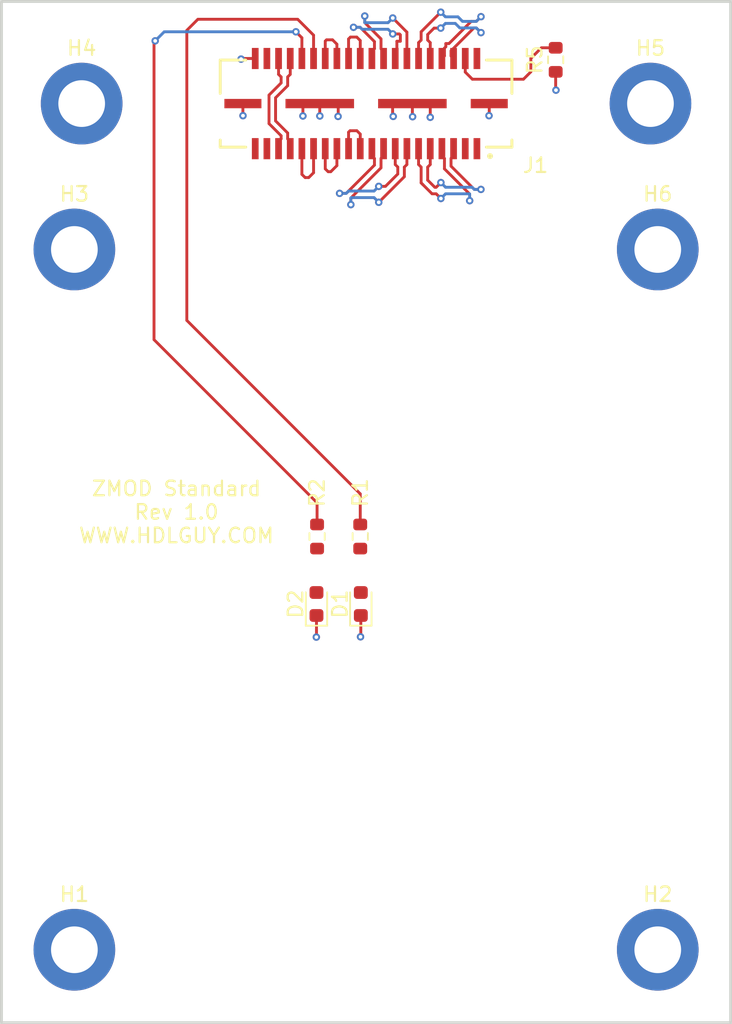
<source format=kicad_pcb>
(kicad_pcb (version 20211014) (generator pcbnew)
  (layers (0 "F.Cu" signal) (1 "In1.Cu" power) (2 "In2.Cu" power) (3 "In3.Cu" power) (4 "In4.Cu" power) (31 "B.Cu" signal) (34 "B.Paste" user) (35 "F.Paste" user) (36 "B.SilkS" user "B.Silkscreen") (37 "F.SilkS" user "F.Silkscreen") (38 "B.Mask" user) (39 "F.Mask" user) (44 "Edge.Cuts" user))
  (net 0 "")
  (net 1 "GND")
  (net 2 "+3V3")
  (net 3 "Net-(D1-Pad2)")
  (net 4 "Net-(D2-Pad2)")
  (net 5 "/R_GA")
  (net 17 "+5V")
  (net 18 "/s16")
  (net 19 "/s17")
  (net 20 "/s20")
  (net 21 "/s21")
  (net 22 "/s24")
  (net 23 "/led0")
  (net 24 "/led1")
  (net 25 "/d0_P")
  (net 26 "/d1_P")
  (net 27 "/d0_N")
  (net 28 "/d1_N")
  (net 29 "/d4_P")
  (net 30 "/d5_P")
  (net 31 "/d4_N")
  (net 32 "/d5_N")
  (net 33 "/p2c_clk_P")
  (net 34 "/p2c_clk_N")
  (footprint "LED_SMD:LED_0603_1608Metric" (layer "F.Cu") (at 121.6 91.3 90)
    (fp_text reference "D2" (at 0 -1.43 90) (layer "F.SilkS"))
    (fp_text value "LED" hide)
    (fp_line (start -1.485 0.735) (end 0.8 0.735) (layer "F.SilkS") (width 0.12))
    (fp_line (start 0.8 -0.735) (end -1.485 -0.735) (layer "F.SilkS") (width 0.12))
    (fp_line (start -1.485 -0.735) (end -1.485 0.735) (layer "F.SilkS") (width 0.12))
    (pad "1" smd roundrect (at -0.7875 0 90) (size 0.875 0.95) (layers "F.Cu" "F.Paste" "F.Mask") (net 1 "GND"))
    (pad "2" smd roundrect (at 0.7875 0 90) (size 0.875 0.95) (layers "F.Cu" "F.Paste" "F.Mask") (net 4 "Net-(D2-Pad2)"))
  )
  (footprint "LED_SMD:LED_0603_1608Metric" (layer "F.Cu") (at 124.64 91.3 90)
    (fp_text reference "D1" (at 0 -1.43 90) (layer "F.SilkS"))
    (fp_text value "LED" hide)
    (fp_line (start -1.485 0.735) (end 0.8 0.735) (layer "F.SilkS") (width 0.12))
    (fp_line (start 0.8 -0.735) (end -1.485 -0.735) (layer "F.SilkS") (width 0.12))
    (fp_line (start -1.485 -0.735) (end -1.485 0.735) (layer "F.SilkS") (width 0.12))
    (pad "1" smd roundrect (at -0.7875 0 90) (size 0.875 0.95) (layers "F.Cu" "F.Paste" "F.Mask") (net 1 "GND"))
    (pad "2" smd roundrect (at 0.7875 0 90) (size 0.875 0.95) (layers "F.Cu" "F.Paste" "F.Mask") (net 3 "Net-(D1-Pad2)"))
  )
  (footprint "MountingHole:MountingHole_3.2mm_M3_DIN965_Pad_TopBottom" (layer "F.Cu") (at 145 67)
    (fp_text reference "H6" (at 0 -3.8) (layer "F.SilkS"))
    (fp_text value "MountingHole_Pad" hide)
    (pad "1" connect circle locked (at 0 0) (size 5.6 5.6) (layers "F.Cu" "F.Mask"))
    (pad "1" connect circle locked (at 0 0) (size 5.6 5.6) (layers "B.Cu" "B.Mask"))
    (pad "1" thru_hole circle locked (at 0 0) (size 3.6 3.6) (drill 3.2) (layers *.Cu *.Mask))
  )
  (footprint "Resistor_SMD:R_0603_1608Metric" (layer "F.Cu") (at 121.64 86.675 90)
    (fp_text reference "R2" (at 3 0 90) (layer "F.SilkS"))
    (fp_text value "240" hide)
    (fp_line (start -0.237258 -0.5225) (end 0.237258 -0.5225) (layer "F.SilkS") (width 0.12))
    (fp_line (start -0.237258 0.5225) (end 0.237258 0.5225) (layer "F.SilkS") (width 0.12))
    (pad "1" smd roundrect (at -0.825 0 90) (size 0.8 0.95) (layers "F.Cu" "F.Paste" "F.Mask") (net 4 "Net-(D2-Pad2)"))
    (pad "2" smd roundrect (at 0.825 0 90) (size 0.8 0.95) (layers "F.Cu" "F.Paste" "F.Mask") (net 24 "/led1"))
  )
  (footprint "MountingHole:MountingHole_3.2mm_M3_DIN965_Pad_TopBottom" (layer "F.Cu") (at 144.5 57)
    (fp_text reference "H5" (at 0 -3.8) (layer "F.SilkS"))
    (fp_text value "MountingHole_Pad" hide)
    (pad "1" connect circle locked (at 0 0) (size 5.6 5.6) (layers "F.Cu" "F.Mask"))
    (pad "1" connect circle locked (at 0 0) (size 5.6 5.6) (layers "B.Cu" "B.Mask"))
    (pad "1" thru_hole circle locked (at 0 0) (size 3.6 3.6) (drill 3.2) (layers *.Cu *.Mask))
  )
  (footprint "MountingHole:MountingHole_3.2mm_M3_DIN965_Pad_TopBottom" (layer "F.Cu") (at 105 115)
    (fp_text reference "H1" (at 0 -3.8) (layer "F.SilkS"))
    (fp_text value "MountingHole_Pad" hide)
    (pad "1" connect circle locked (at 0 0) (size 5.6 5.6) (layers "F.Cu" "F.Mask"))
    (pad "1" connect circle locked (at 0 0) (size 5.6 5.6) (layers "B.Cu" "B.Mask"))
    (pad "1" thru_hole circle locked (at 0 0) (size 3.6 3.6) (drill 3.2) (layers *.Cu *.Mask))
  )
  (footprint "MountingHole:MountingHole_3.2mm_M3_DIN965_Pad_TopBottom" (layer "F.Cu") (at 105 67)
    (fp_text reference "H3" (at 0 -3.8) (layer "F.SilkS"))
    (fp_text value "MountingHole_Pad" hide)
    (pad "1" thru_hole circle locked (at 0 0) (size 3.6 3.6) (drill 3.2) (layers *.Cu *.Mask))
    (pad "1" connect circle locked (at 0 0) (size 5.6 5.6) (layers "F.Cu" "F.Mask"))
    (pad "1" connect circle locked (at 0 0) (size 5.6 5.6) (layers "B.Cu" "B.Mask"))
  )
  (footprint "MountingHole:MountingHole_3.2mm_M3_DIN965_Pad_TopBottom" (layer "F.Cu") (at 105.5 57)
    (fp_text reference "H4" (at 0 -3.8) (layer "F.SilkS"))
    (fp_text value "MountingHole_Pad" hide)
    (pad "1" connect circle locked (at 0 0) (size 5.6 5.6) (layers "B.Cu" "B.Mask"))
    (pad "1" connect circle locked (at 0 0) (size 5.6 5.6) (layers "F.Cu" "F.Mask"))
    (pad "1" thru_hole circle locked (at 0 0) (size 3.6 3.6) (drill 3.2) (layers *.Cu *.Mask))
  )
  (footprint "QTE:SAMTEC_QTE-020-01-X-D-A" (layer "F.Cu") (at 125 57 180)
    (fp_text reference "J1" (at -11.62 -4.23 180) (layer "F.SilkS"))
    (fp_text value "QTE-020-01-X-D-A" hide)
    (fp_line (start 8.25 -2.9845) (end 10 -2.9845) (layer "F.SilkS") (width 0.2))
    (fp_line (start -10 2.9845) (end -8.25 2.9845) (layer "F.SilkS") (width 0.2))
    (fp_line (start 10 2.9845) (end 10 0.7) (layer "F.SilkS") (width 0.2))
    (fp_line (start -10 -2.9845) (end -10 -2.5) (layer "F.SilkS") (width 0.2))
    (fp_line (start -10 0.7) (end -10 2.9845) (layer "F.SilkS") (width 0.2))
    (fp_line (start -8.25 -2.9845) (end -10 -2.9845) (layer "F.SilkS") (width 0.2))
    (fp_line (start 10 -2.9845) (end 10 -2.5) (layer "F.SilkS") (width 0.2))
    (fp_line (start 8.25 2.9845) (end 10 2.9845) (layer "F.SilkS") (width 0.2))
    (fp_circle (center -8.5 -3.6) (end -8.4 -3.6) (layer "F.SilkS") (width 0.2) (fill none))
    (pad "" np_thru_hole circle locked (at 9.24 -2.04 180) (size 1.02 1.02) (drill 1.02) (layers *.Cu *.Mask))
    (pad "" np_thru_hole circle locked (at -9.24 -2.04 180) (size 1.02 1.02) (drill 1.02) (layers *.Cu *.Mask))
    (pad "01" smd rect locked (at -7.6 -3.09 180) (size 0.46 1.45) (layers "F.Cu" "F.Paste" "F.Mask"))
    (pad "02" smd rect locked (at -7.6 3.09 180) (size 0.46 1.45) (layers "F.Cu" "F.Paste" "F.Mask") (net 17 "+5V"))
    (pad "03" smd rect locked (at -6.8 -3.09 180) (size 0.46 1.45) (layers "F.Cu" "F.Paste" "F.Mask"))
    (pad "04" smd rect locked (at -6.8 3.09 180) (size 0.46 1.45) (layers "F.Cu" "F.Paste" "F.Mask") (net 5 "/R_GA"))
    (pad "05" smd rect locked (at -6 -3.09 180) (size 0.46 1.45) (layers "F.Cu" "F.Paste" "F.Mask") (net 25 "/d0_P"))
    (pad "06" smd rect locked (at -6 3.09 180) (size 0.46 1.45) (layers "F.Cu" "F.Paste" "F.Mask") (net 26 "/d1_P"))
    (pad "07" smd rect locked (at -5.2 -3.09 180) (size 0.46 1.45) (layers "F.Cu" "F.Paste" "F.Mask") (net 27 "/d0_N"))
    (pad "08" smd rect locked (at -5.2 3.09 180) (size 0.46 1.45) (layers "F.Cu" "F.Paste" "F.Mask") (net 28 "/d1_N"))
    (pad "09" smd rect locked (at -4.4 -3.09 180) (size 0.46 1.45) (layers "F.Cu" "F.Paste" "F.Mask") (net 25 "/d0_P"))
    (pad "10" smd rect locked (at -4.4 3.09 180) (size 0.46 1.45) (layers "F.Cu" "F.Paste" "F.Mask") (net 26 "/d1_P"))
    (pad "11" smd rect locked (at -3.6 -3.09 180) (size 0.46 1.45) (layers "F.Cu" "F.Paste" "F.Mask") (net 27 "/d0_N"))
    (pad "12" smd rect locked (at -3.6 3.09 180) (size 0.46 1.45) (layers "F.Cu" "F.Paste" "F.Mask") (net 28 "/d1_N"))
    (pad "13" smd rect locked (at -2.8 -3.09 180) (size 0.46 1.45) (layers "F.Cu" "F.Paste" "F.Mask") (net 29 "/d4_P"))
    (pad "14" smd rect locked (at -2.8 3.09 180) (size 0.46 1.45) (layers "F.Cu" "F.Paste" "F.Mask") (net 30 "/d5_P"))
    (pad "15" smd rect locked (at -2 -3.09 180) (size 0.46 1.45) (layers "F.Cu" "F.Paste" "F.Mask") (net 31 "/d4_N"))
    (pad "16" smd rect locked (at -2 3.09 180) (size 0.46 1.45) (layers "F.Cu" "F.Paste" "F.Mask") (net 32 "/d5_N"))
    (pad "17" smd rect locked (at -1.2 -3.09 180) (size 0.46 1.45) (layers "F.Cu" "F.Paste" "F.Mask") (net 29 "/d4_P"))
    (pad "18" smd rect locked (at -1.2 3.09 180) (size 0.46 1.45) (layers "F.Cu" "F.Paste" "F.Mask") (net 30 "/d5_P"))
    (pad "19" smd rect locked (at -0.4 -3.09 180) (size 0.46 1.45) (layers "F.Cu" "F.Paste" "F.Mask") (net 31 "/d4_N"))
    (pad "20" smd rect locked (at -0.4 3.09 180) (size 0.46 1.45) (layers "F.Cu" "F.Paste" "F.Mask") (net 32 "/d5_N"))
    (pad "21" smd rect locked (at 0.4 -3.09 180) (size 0.46 1.45) (layers "F.Cu" "F.Paste" "F.Mask") (net 18 "/s16"))
    (pad "22" smd rect locked (at 0.4 3.09 180) (size 0.46 1.45) (layers "F.Cu" "F.Paste" "F.Mask") (net 19 "/s17"))
    (pad "23" smd rect locked (at 1.2 -3.09 180) (size 0.46 1.45) (layers "F.Cu" "F.Paste" "F.Mask") (net 18 "/s16"))
    (pad "24" smd rect locked (at 1.2 3.09 180) (size 0.46 1.45) (layers "F.Cu" "F.Paste" "F.Mask") (net 19 "/s17"))
    (pad "25" smd rect locked (at 2 -3.09 180) (size 0.46 1.45) (layers "F.Cu" "F.Paste" "F.Mask") (net 20 "/s20"))
    (pad "26" smd rect locked (at 2 3.09 180) (size 0.46 1.45) (layers "F.Cu" "F.Paste" "F.Mask") (net 21 "/s21"))
    (pad "27" smd rect locked (at 2.8 -3.09 180) (size 0.46 1.45) (layers "F.Cu" "F.Paste" "F.Mask") (net 20 "/s20"))
    (pad "28" smd rect locked (at 2.8 3.09 180) (size 0.46 1.45) (layers "F.Cu" "F.Paste" "F.Mask") (net 21 "/s21"))
    (pad "29" smd rect locked (at 3.6 -3.09 180) (size 0.46 1.45) (layers "F.Cu" "F.Paste" "F.Mask") (net 22 "/s24"))
    (pad "30" smd rect locked (at 3.6 3.09 180) (size 0.46 1.45) (layers "F.Cu" "F.Paste" "F.Mask") (net 23 "/led0"))
    (pad "31" smd rect locked (at 4.4 -3.09 180) (size 0.46 1.45) (layers "F.Cu" "F.Paste" "F.Mask") (net 22 "/s24"))
    (pad "32" smd rect locked (at 4.4 3.09 180) (size 0.46 1.45) (layers "F.Cu" "F.Paste" "F.Mask") (net 24 "/led1"))
    (pad "33" smd rect locked (at 5.2 -3.09 180) (size 0.46 1.45) (layers "F.Cu" "F.Paste" "F.Mask") (net 33 "/p2c_clk_P"))
    (pad "34" smd rect locked (at 5.2 3.09 180) (size 0.46 1.45) (layers "F.Cu" "F.Paste" "F.Mask") (net 33 "/p2c_clk_P"))
    (pad "35" smd rect locked (at 6 -3.09 180) (size 0.46 1.45) (layers "F.Cu" "F.Paste" "F.Mask") (net 34 "/p2c_clk_N"))
    (pad "36" smd rect locked (at 6 3.09 180) (size 0.46 1.45) (layers "F.Cu" "F.Paste" "F.Mask") (net 34 "/p2c_clk_N"))
    (pad "37" smd rect locked (at 6.8 -3.09 180) (size 0.46 1.45) (layers "F.Cu" "F.Paste" "F.Mask"))
    (pad "38" smd rect locked (at 6.8 3.09 180) (size 0.46 1.45) (layers "F.Cu" "F.Paste" "F.Mask"))
    (pad "39" smd rect locked (at 7.6 -3.09 180) (size 0.46 1.45) (layers "F.Cu" "F.Paste" "F.Mask"))
    (pad "40" smd rect locked (at 7.6 3.09 180) (size 0.46 1.45) (layers "F.Cu" "F.Paste" "F.Mask") (net 2 "+3V3"))
    (pad "G1" smd rect locked (at -8.445 0 180) (size 2.54 0.64) (layers "F.Cu" "F.Paste" "F.Mask") (net 1 "GND"))
    (pad "G2" smd rect locked (at -3.175 0 180) (size 4.7 0.64) (layers "F.Cu" "F.Paste" "F.Mask") (net 1 "GND"))
    (pad "G3" smd rect locked (at 3.175 0 180) (size 4.7 0.64) (layers "F.Cu" "F.Paste" "F.Mask") (net 1 "GND"))
    (pad "G4" smd rect locked (at 8.445 0 180) (size 2.54 0.64) (layers "F.Cu" "F.Paste" "F.Mask") (net 1 "GND"))
  )
  (footprint "Resistor_SMD:R_0603_1608Metric" (layer "F.Cu") (at 124.6 86.675 90)
    (fp_text reference "R1" (at 3 0 90) (layer "F.SilkS"))
    (fp_text value "240" hide)
    (fp_line (start -0.237258 0.5225) (end 0.237258 0.5225) (layer "F.SilkS") (width 0.12))
    (fp_line (start -0.237258 -0.5225) (end 0.237258 -0.5225) (layer "F.SilkS") (width 0.12))
    (pad "1" smd roundrect (at -0.825 0 90) (size 0.8 0.95) (layers "F.Cu" "F.Paste" "F.Mask") (net 3 "Net-(D1-Pad2)"))
    (pad "2" smd roundrect (at 0.825 0 90) (size 0.8 0.95) (layers "F.Cu" "F.Paste" "F.Mask") (net 23 "/led0"))
  )
  (footprint "MountingHole:MountingHole_3.2mm_M3_DIN965_Pad_TopBottom" (layer "F.Cu") (at 145 115)
    (fp_text reference "H2" (at 0 -3.8) (layer "F.SilkS"))
    (fp_text value "MountingHole_Pad" hide)
    (pad "1" thru_hole circle locked (at 0 0) (size 3.6 3.6) (drill 3.2) (layers *.Cu *.Mask))
    (pad "1" connect circle locked (at 0 0) (size 5.6 5.6) (layers "F.Cu" "F.Mask"))
    (pad "1" connect circle locked (at 0 0) (size 5.6 5.6) (layers "B.Cu" "B.Mask"))
  )
  (footprint "Resistor_SMD:R_0603_1608Metric" (layer "F.Cu") (at 138 54 90)
    (fp_text reference "R5" (at 0 -1.43 90) (layer "F.SilkS"))
    (fp_text value "10k,1%" hide)
    (fp_line (start -0.237258 0.5225) (end 0.237258 0.5225) (layer "F.SilkS") (width 0.12))
    (fp_line (start -0.237258 -0.5225) (end 0.237258 -0.5225) (layer "F.SilkS") (width 0.12))
    (pad "1" smd roundrect (at -0.825 0 90) (size 0.8 0.95) (layers "F.Cu" "F.Paste" "F.Mask") (net 2 "+3V3"))
    (pad "2" smd roundrect (at 0.825 0 90) (size 0.8 0.95) (layers "F.Cu" "F.Paste" "F.Mask") (net 5 "/R_GA"))
  )
  (gr_line locked (start 150 50) (end 100 50) (layer "Edge.Cuts") (width 0.2))
  (gr_line locked (start 100.000003 50.000002) (end 100.000003 119.999989) (layer "Edge.Cuts") (width 0.2))
  (gr_line locked (start 100 120) (end 150 120) (layer "Edge.Cuts") (width 0.2))
  (gr_line locked (start 150 120) (end 150 50) (layer "Edge.Cuts") (width 0.2))
  (gr_text "ZMOD Standard\nRev 1.0\nWWW.HDLGUY.COM" (at 112.000005 85.000008) (layer "F.SilkS") (effects (font (size 1 1))))
  (segment (start 116.555 57.825) (end 116.56 57.83) (width 0.19558) (layer "F.Cu") (net 1))
  (segment (start 121.825 57) (end 123.07 57) (width 0.19558) (layer "F.Cu") (net 1))
  (segment (start 129.4 57.09) (end 129.4 57.94) (width 0.19558) (layer "F.Cu") (net 1))
  (segment (start 133.445 57) (end 133.445 57.815) (width 0.19558) (layer "F.Cu") (net 1))
  (segment (start 121.825 57) (end 120.67 57) (width 0.19558) (layer "F.Cu") (net 1))
  (segment (start 128.175 57) (end 128.175 57.885) (width 0.19558) (layer "F.Cu") (net 1))
  (segment (start 128.175 57.885) (end 128.19 57.9) (width 0.19558) (layer "F.Cu") (net 1))
  (segment (start 116.555 57) (end 116.555 57.825) (width 0.19558) (layer "F.Cu") (net 1))
  (segment (start 128.175 57) (end 126.83 57) (width 0.19558) (layer "F.Cu") (net 1))
  (segment (start 123.09 57.87) (end 123.08 57.88) (width 0.19558) (layer "F.Cu") (net 1))
  (segment (start 128.175 57) (end 129.31 57) (width 0.19558) (layer "F.Cu") (net 1))
  (segment (start 126.83 57) (end 126.82 57.01) (width 0.19558) (layer "F.Cu") (net 1))
  (segment (start 124.64 93.53) (end 124.62 93.55) (width 0.19558) (layer "F.Cu") (net 1))
  (segment (start 126.82 57.01) (end 126.82 57.84) (width 0.19558) (layer "F.Cu") (net 1))
  (segment (start 126.82 57.84) (end 126.86 57.88) (width 0.19558) (layer "F.Cu") (net 1))
  (segment (start 124.64 92.0875) (end 124.64 93.53) (width 0.19558) (layer "F.Cu") (net 1))
  (segment (start 123.09 56.98) (end 123.09 57.87) (width 0.19558) (layer "F.Cu") (net 1))
  (segment (start 133.445 57.815) (end 133.43 57.83) (width 0.19558) (layer "F.Cu") (net 1))
  (segment (start 120.67 57) (end 120.67 57.85) (width 0.19558) (layer "F.Cu") (net 1))
  (segment (start 129.31 57) (end 129.33 57.02) (width 0.19558) (layer "F.Cu") (net 1))
  (segment (start 121.6 93.56) (end 121.59 93.57) (width 0.19558) (layer "F.Cu") (net 1))
  (segment (start 121.6 92.0875) (end 121.6 93.56) (width 0.19558) (layer "F.Cu") (net 1))
  (segment (start 121.825 57) (end 121.825 57.845) (width 0.19558) (layer "F.Cu") (net 1))
  (segment (start 121.825 57.845) (end 121.83 57.85) (width 0.19558) (layer "F.Cu") (net 1))
  (segment (start 129.33 57.02) (end 129.4 57.09) (width 0.19558) (layer "F.Cu") (net 1))
  (segment (start 123.07 57) (end 123.09 56.98) (width 0.19558) (layer "F.Cu") (net 1))
  (via (at 133.43 57.83) (size 0.508) (drill 0.254) (layers "F.Cu" "B.Cu") (net 1))
  (via (at 123.08 57.88) (size 0.508) (drill 0.254) (layers "F.Cu" "B.Cu") (net 1))
  (via (at 116.56 57.83) (size 0.508) (drill 0.254) (layers "F.Cu" "B.Cu") (net 1))
  (via (at 121.59 93.57) (size 0.508) (drill 0.254) (layers "F.Cu" "B.Cu") (net 1))
  (via (at 128.19 57.9) (size 0.508) (drill 0.254) (layers "F.Cu" "B.Cu") (net 1))
  (via (at 129.4 57.94) (size 0.508) (drill 0.254) (layers "F.Cu" "B.Cu") (net 1))
  (via (at 120.67 57.85) (size 0.508) (drill 0.254) (layers "F.Cu" "B.Cu") (net 1))
  (via (at 121.83 57.85) (size 0.508) (drill 0.254) (layers "F.Cu" "B.Cu") (net 1))
  (via (at 126.86 57.88) (size 0.508) (drill 0.254) (layers "F.Cu" "B.Cu") (net 1))
  (via (at 124.62 93.55) (size 0.508) (drill 0.254) (layers "F.Cu" "B.Cu") (net 1))
  (segment (start 138 54.825) (end 138 56.06) (width 0.19558) (layer "F.Cu") (net 2))
  (segment (start 116.47 53.91) (end 116.43 53.95) (width 0.19558) (layer "F.Cu") (net 2))
  (segment (start 138 56.06) (end 138.02 56.08) (width 0.19558) (layer "F.Cu") (net 2))
  (segment (start 117.4 53.91) (end 116.47 53.91) (width 0.19558) (layer "F.Cu") (net 2))
  (via (at 116.43 53.95) (size 0.508) (drill 0.254) (layers "F.Cu" "B.Cu") (net 2))
  (via (at 138.02 56.08) (size 0.508) (drill 0.254) (layers "F.Cu" "B.Cu") (net 2))
  (segment (start 136.3 54.82) (end 136.3 53.9) (width 0.19558) (layer "F.Cu") (net 5))
  (segment (start 137.025 53.175) (end 138 53.175) (width 0.19558) (layer "F.Cu") (net 5))
  (segment (start 135.79 55.33) (end 136.3 54.82) (width 0.19558) (layer "F.Cu") (net 5))
  (segment (start 132.29 55.33) (end 135.79 55.33) (width 0.19558) (layer "F.Cu") (net 5))
  (segment (start 131.8 53.91) (end 131.8 54.84) (width 0.19558) (layer "F.Cu") (net 5))
  (segment (start 131.8 54.84) (end 132.29 55.33) (width 0.19558) (layer "F.Cu") (net 5))
  (segment (start 136.3 53.9) (end 137.025 53.175) (width 0.19558) (layer "F.Cu") (net 5))
  (segment (start 124.37 58.86) (end 124.6 59.09) (width 0.19558) (layer "F.Cu") (net 18))
  (segment (start 124.6 59.09) (end 124.6 60.09) (width 0.19558) (layer "F.Cu") (net 18))
  (segment (start 123.8 58.96) (end 123.9 58.86) (width 0.19558) (layer "F.Cu") (net 18))
  (segment (start 123.9 58.86) (end 124.37 58.86) (width 0.19558) (layer "F.Cu") (net 18))
  (segment (start 123.8 60.09) (end 123.8 58.96) (width 0.19558) (layer "F.Cu") (net 18))
  (segment (start 123.93 52.44) (end 124.36 52.44) (width 0.19558) (layer "F.Cu") (net 19))
  (segment (start 123.8 52.57) (end 123.93 52.44) (width 0.19558) (layer "F.Cu") (net 19))
  (segment (start 124.6 52.68) (end 124.6 53.91) (width 0.19558) (layer "F.Cu") (net 19))
  (segment (start 124.36 52.44) (end 124.6 52.68) (width 0.19558) (layer "F.Cu") (net 19))
  (segment (start 123.8 53.91) (end 123.8 52.57) (width 0.19558) (layer "F.Cu") (net 19))
  (segment (start 122.58 61.67) (end 123 61.25) (width 0.19558) (layer "F.Cu") (net 20))
  (segment (start 122.4 61.67) (end 122.58 61.67) (width 0.19558) (layer "F.Cu") (net 20))
  (segment (start 123 61.25) (end 123 60.09) (width 0.19558) (layer "F.Cu") (net 20))
  (segment (start 122.2 61.47) (end 122.4 61.67) (width 0.19558) (layer "F.Cu") (net 20))
  (segment (start 122.2 60.09) (end 122.2 61.47) (width 0.19558) (layer "F.Cu") (net 20))
  (segment (start 122.7 52.63) (end 123 52.93) (width 0.19558) (layer "F.Cu") (net 21))
  (segment (start 122.29 52.63) (end 122.7 52.63) (width 0.19558) (layer "F.Cu") (net 21))
  (segment (start 123 52.93) (end 123 53.91) (width 0.19558) (layer "F.Cu") (net 21))
  (segment (start 122.2 53.91) (end 122.2 52.72) (width 0.19558) (layer "F.Cu") (net 21))
  (segment (start 122.2 52.72) (end 122.29 52.63) (width 0.19558) (layer "F.Cu") (net 21))
  (segment (start 120.6 60.09) (end 120.6 61.85) (width 0.19558) (layer "F.Cu") (net 22))
  (segment (start 120.6 61.85) (end 120.82 62.07) (width 0.19558) (layer "F.Cu") (net 22))
  (segment (start 120.82 62.07) (end 121.07 62.07) (width 0.19558) (layer "F.Cu") (net 22))
  (segment (start 121.4 61.74) (end 121.4 60.09) (width 0.19558) (layer "F.Cu") (net 22))
  (segment (start 121.07 62.07) (end 121.4 61.74) (width 0.19558) (layer "F.Cu") (net 22))
  (segment (start 120.31 51.22) (end 121.4 52.31) (width 0.19558) (layer "F.Cu") (net 23))
  (segment (start 124.6 85.85) (end 124.6 83.75) (width 0.19558) (layer "F.Cu") (net 23))
  (segment (start 112.71 51.98) (end 113.47 51.22) (width 0.19558) (layer "F.Cu") (net 23))
  (segment (start 124.6 83.75) (end 112.71 71.86) (width 0.19558) (layer "F.Cu") (net 23))
  (segment (start 113.47 51.22) (end 120.31 51.22) (width 0.19558) (layer "F.Cu") (net 23))
  (segment (start 112.71 71.86) (end 112.71 51.98) (width 0.19558) (layer "F.Cu") (net 23))
  (segment (start 121.4 52.31) (end 121.4 53.91) (width 0.19558) (layer "F.Cu") (net 23))
  (segment (start 121.64 85.85) (end 121.64 84.36) (width 0.19558) (layer "F.Cu") (net 24))
  (segment (start 110.46 73.18) (end 110.46 52.78) (width 0.19558) (layer "F.Cu") (net 24))
  (segment (start 120.19 52.08) (end 120.6 52.49) (width 0.19558) (layer "F.Cu") (net 24))
  (segment (start 121.64 84.36) (end 110.46 73.18) (width 0.19558) (layer "F.Cu") (net 24))
  (segment (start 110.46 52.78) (end 110.54 52.7) (width 0.19558) (layer "F.Cu") (net 24))
  (segment (start 120.6 52.49) (end 120.6 53.91) (width 0.19558) (layer "F.Cu") (net 24))
  (via (at 110.54 52.7) (size 0.508) (drill 0.254) (layers "F.Cu" "B.Cu") (net 24))
  (via (at 120.19 52.08) (size 0.508) (drill 0.254) (layers "F.Cu" "B.Cu") (net 24))
  (segment (start 111.16 52.08) (end 120.19 52.08) (width 0.19558) (layer "B.Cu") (net 24))
  (segment (start 110.54 52.7) (end 111.16 52.08) (width 0.19558) (layer "B.Cu") (net 24))
  (segment (start 129.22479 61.352711) (end 129.4 61.177501) (width 0.19558) (layer "F.Cu") (net 25))
  (segment (start 131 60.585) (end 130.82479 60.76021) (width 0.19558) (layer "F.Cu") (net 25))
  (segment (start 130.13 62.4139) (end 129.808691 62.735209) (width 0.19558) (layer "F.Cu") (net 25))
  (segment (start 131 60.09) (end 131 60.585) (width 0.19558) (layer "F.Cu") (net 25))
  (segment (start 130.82479 61.286888) (end 132.42175 62.883848) (width 0.19558) (layer "F.Cu") (net 25))
  (segment (start 129.713111 62.735209) (end 129.22479 62.246888) (width 0.19558) (layer "F.Cu") (net 25))
  (segment (start 129.4 61.177501) (end 129.4 60.09) (width 0.19558) (layer "F.Cu") (net 25))
  (segment (start 132.42175 62.883848) (end 132.876152 62.883848) (width 0.19558) (layer "F.Cu") (net 25))
  (segment (start 130.82479 60.76021) (end 130.82479 61.286888) (width 0.19558) (layer "F.Cu") (net 25))
  (segment (start 129.808691 62.735209) (end 129.713111 62.735209) (width 0.19558) (layer "F.Cu") (net 25))
  (segment (start 129.228951 62.251049) (end 129.22479 62.246888) (width 0.19558) (layer "F.Cu") (net 25))
  (segment (start 129.22479 62.246888) (end 129.22479 61.352711) (width 0.19558) (layer "F.Cu") (net 25))
  (via (at 130.13 62.4139) (size 0.508) (drill 0.254) (layers "F.Cu" "B.Cu") (net 25))
  (via (at 132.876152 62.883848) (size 0.508) (drill 0.254) (layers "F.Cu" "B.Cu") (net 25))
  (segment (start 132.273111 62.735209) (end 130.451309 62.735209) (width 0.19558) (layer "B.Cu") (net 25))
  (segment (start 132.42175 62.883848) (end 132.273111 62.735209) (width 0.19558) (layer "B.Cu") (net 25))
  (segment (start 130.451309 62.735209) (end 130.13 62.4139) (width 0.19558) (layer "B.Cu") (net 25))
  (segment (start 132.876152 62.883848) (end 132.42175 62.883848) (width 0.19558) (layer "B.Cu") (net 25))
  (segment (start 129.4 52.822499) (end 129.4 53.91) (width 0.19558) (layer "F.Cu") (net 26))
  (segment (start 129.663603 51.8261) (end 129.22479 52.264913) (width 0.19558) (layer "F.Cu") (net 26))
  (segment (start 130.824791 53.734791) (end 130.824791 53.383111) (width 0.19558) (layer "F.Cu") (net 26))
  (segment (start 129.22479 52.647289) (end 129.4 52.822499) (width 0.19558) (layer "F.Cu") (net 26))
  (segment (start 131 53.91) (end 130.824791 53.734791) (width 0.19558) (layer "F.Cu") (net 26))
  (segment (start 129.22479 52.264913) (end 129.22479 52.647289) (width 0.19558) (layer "F.Cu") (net 26))
  (segment (start 130.12 51.8261) (end 129.663603 51.8261) (width 0.19558) (layer "F.Cu") (net 26))
  (segment (start 132.393111 51.814791) (end 132.558691 51.814791) (width 0.19558) (layer "F.Cu") (net 26))
  (segment (start 130.824791 53.383111) (end 132.393111 51.814791) (width 0.19558) (layer "F.Cu") (net 26))
  (segment (start 132.558691 51.814791) (end 132.88 52.1361) (width 0.19558) (layer "F.Cu") (net 26))
  (via (at 130.12 51.8261) (size 0.508) (drill 0.254) (layers "F.Cu" "B.Cu") (net 26))
  (via (at 132.88 52.1361) (size 0.508) (drill 0.254) (layers "F.Cu" "B.Cu") (net 26))
  (segment (start 132.88 52.1361) (end 132.558691 51.814791) (width 0.19558) (layer "B.Cu") (net 26))
  (segment (start 131.426889 51.814791) (end 131.116889 51.504791) (width 0.19558) (layer "B.Cu") (net 26))
  (segment (start 130.441309 51.504791) (end 130.12 51.8261) (width 0.19558) (layer "B.Cu") (net 26))
  (segment (start 131.116889 51.504791) (end 130.441309 51.504791) (width 0.19558) (layer "B.Cu") (net 26))
  (segment (start 132.558691 51.814791) (end 131.426889 51.814791) (width 0.19558) (layer "B.Cu") (net 26))
  (segment (start 130.37521 60.76021) (end 130.37521 61.473112) (width 0.19558) (layer "F.Cu") (net 27))
  (segment (start 128.77521 61.352711) (end 128.6 61.177501) (width 0.19558) (layer "F.Cu") (net 27))
  (segment (start 129.808691 63.184791) (end 129.526889 63.184791) (width 0.19558) (layer "F.Cu") (net 27))
  (segment (start 128.6 61.177501) (end 128.6 60.09) (width 0.19558) (layer "F.Cu") (net 27))
  (segment (start 130.2 60.585) (end 130.37521 60.76021) (width 0.19558) (layer "F.Cu") (net 27))
  (segment (start 132.103848 63.20175) (end 132.103848 63.656152) (width 0.19558) (layer "F.Cu") (net 27))
  (segment (start 128.911049 62.568951) (end 128.77521 62.433112) (width 0.19558) (layer "F.Cu") (net 27))
  (segment (start 129.526889 63.184791) (end 128.77521 62.433112) (width 0.19558) (layer "F.Cu") (net 27))
  (segment (start 130.13 63.5061) (end 129.808691 63.184791) (width 0.19558) (layer "F.Cu") (net 27))
  (segment (start 128.77521 62.433112) (end 128.77521 61.352711) (width 0.19558) (layer "F.Cu") (net 27))
  (segment (start 130.37521 61.473112) (end 132.103848 63.20175) (width 0.19558) (layer "F.Cu") (net 27))
  (segment (start 130.2 60.09) (end 130.2 60.585) (width 0.19558) (layer "F.Cu") (net 27))
  (via (at 132.103848 63.656152) (size 0.508) (drill 0.254) (layers "F.Cu" "B.Cu") (net 27))
  (via (at 130.13 63.5061) (size 0.508) (drill 0.254) (layers "F.Cu" "B.Cu") (net 27))
  (segment (start 132.103848 63.20175) (end 132.086889 63.184791) (width 0.19558) (layer "B.Cu") (net 27))
  (segment (start 130.451309 63.184791) (end 130.13 63.5061) (width 0.19558) (layer "B.Cu") (net 27))
  (segment (start 132.086889 63.184791) (end 130.451309 63.184791) (width 0.19558) (layer "B.Cu") (net 27))
  (segment (start 132.103848 63.656152) (end 132.103848 63.20175) (width 0.19558) (layer "B.Cu") (net 27))
  (segment (start 130.688088 52.88401) (end 132.206889 51.365209) (width 0.19558) (layer "F.Cu") (net 28))
  (segment (start 128.77521 52.647289) (end 128.6 52.822499) (width 0.19558) (layer "F.Cu") (net 28))
  (segment (start 130.12 50.7339) (end 128.77521 52.07869) (width 0.19558) (layer "F.Cu") (net 28))
  (segment (start 130.375209 53.734791) (end 130.375209 53.196889) (width 0.19558) (layer "F.Cu") (net 28))
  (segment (start 130.46901 53.103088) (end 130.46901 52.88401) (width 0.19558) (layer "F.Cu") (net 28))
  (segment (start 132.558691 51.365209) (end 132.88 51.0439) (width 0.19558) (layer "F.Cu") (net 28))
  (segment (start 128.77521 52.07869) (end 128.77521 52.647289) (width 0.19558) (layer "F.Cu") (net 28))
  (segment (start 130.375209 53.196889) (end 130.46901 53.103088) (width 0.19558) (layer "F.Cu") (net 28))
  (segment (start 130.2 53.91) (end 130.375209 53.734791) (width 0.19558) (layer "F.Cu") (net 28))
  (segment (start 128.6 52.822499) (end 128.6 53.91) (width 0.19558) (layer "F.Cu") (net 28))
  (segment (start 132.206889 51.365209) (end 132.558691 51.365209) (width 0.19558) (layer "F.Cu") (net 28))
  (segment (start 130.46901 52.88401) (end 130.688088 52.88401) (width 0.19558) (layer "F.Cu") (net 28))
  (via (at 130.12 50.7339) (size 0.508) (drill 0.254) (layers "F.Cu" "B.Cu") (net 28))
  (via (at 132.88 51.0439) (size 0.508) (drill 0.254) (layers "F.Cu" "B.Cu") (net 28))
  (segment (start 131.613111 51.365209) (end 131.303111 51.055209) (width 0.19558) (layer "B.Cu") (net 28))
  (segment (start 130.441309 51.055209) (end 130.12 50.7339) (width 0.19558) (layer "B.Cu") (net 28))
  (segment (start 132.558691 51.365209) (end 131.613111 51.365209) (width 0.19558) (layer "B.Cu") (net 28))
  (segment (start 131.303111 51.055209) (end 130.441309 51.055209) (width 0.19558) (layer "B.Cu") (net 28))
  (segment (start 132.88 51.0439) (end 132.558691 51.365209) (width 0.19558) (layer "B.Cu") (net 28))
  (segment (start 126.02479 61.403112) (end 123.956152 63.47175) (width 0.19558) (layer "F.Cu") (net 29))
  (segment (start 123.956152 63.47175) (end 123.956152 63.926152) (width 0.19558) (layer "F.Cu") (net 29))
  (segment (start 127.62479 61.352711) (end 127.8 61.177501) (width 0.19558) (layer "F.Cu") (net 29))
  (segment (start 126.2 60.09) (end 126.2 60.585) (width 0.19558) (layer "F.Cu") (net 29))
  (segment (start 125.87 63.7661) (end 127.62479 62.01131) (width 0.19558) (layer "F.Cu") (net 29))
  (segment (start 126.02479 60.76021) (end 126.02479 61.403112) (width 0.19558) (layer "F.Cu") (net 29))
  (segment (start 127.62479 62.01131) (end 127.62479 61.352711) (width 0.19558) (layer "F.Cu") (net 29))
  (segment (start 127.8 61.177501) (end 127.8 60.09) (width 0.19558) (layer "F.Cu") (net 29))
  (segment (start 126.2 60.585) (end 126.02479 60.76021) (width 0.19558) (layer "F.Cu") (net 29))
  (via (at 123.956152 63.926152) (size 0.508) (drill 0.254) (layers "F.Cu" "B.Cu") (net 29))
  (via (at 125.87 63.7661) (size 0.508) (drill 0.254) (layers "F.Cu" "B.Cu") (net 29))
  (segment (start 125.548691 63.444791) (end 125.87 63.7661) (width 0.19558) (layer "B.Cu") (net 29))
  (segment (start 123.983111 63.444791) (end 125.548691 63.444791) (width 0.19558) (layer "B.Cu") (net 29))
  (segment (start 123.956152 63.926152) (end 123.956152 63.47175) (width 0.19558) (layer "B.Cu") (net 29))
  (segment (start 123.956152 63.47175) (end 123.983111 63.444791) (width 0.19558) (layer "B.Cu") (net 29))
  (segment (start 124.911152 51.45325) (end 124.911152 50.998848) (width 0.19558) (layer "F.Cu") (net 30))
  (segment (start 126.2 53.415) (end 126.02479 53.23979) (width 0.19558) (layer "F.Cu") (net 30))
  (segment (start 126.83 51.1339) (end 127.8 52.1039) (width 0.19558) (layer "F.Cu") (net 30))
  (segment (start 127.8 52.1039) (end 127.8 53.91) (width 0.19558) (layer "F.Cu") (net 30))
  (segment (start 126.02479 53.23979) (end 126.02479 52.566888) (width 0.19558) (layer "F.Cu") (net 30))
  (segment (start 126.2 53.91) (end 126.2 53.415) (width 0.19558) (layer "F.Cu") (net 30))
  (segment (start 126.02479 52.566888) (end 124.911152 51.45325) (width 0.19558) (layer "F.Cu") (net 30))
  (via (at 126.83 51.1339) (size 0.508) (drill 0.254) (layers "F.Cu" "B.Cu") (net 30))
  (via (at 124.911152 50.998848) (size 0.508) (drill 0.254) (layers "F.Cu" "B.Cu") (net 30))
  (segment (start 124.911152 50.998848) (end 124.911152 51.45325) (width 0.19558) (layer "B.Cu") (net 30))
  (segment (start 126.508691 51.455209) (end 126.83 51.1339) (width 0.19558) (layer "B.Cu") (net 30))
  (segment (start 124.913111 51.455209) (end 126.508691 51.455209) (width 0.19558) (layer "B.Cu") (net 30))
  (segment (start 124.911152 51.45325) (end 124.913111 51.455209) (width 0.19558) (layer "B.Cu") (net 30))
  (segment (start 125.57521 60.76021) (end 125.57521 61.216888) (width 0.19558) (layer "F.Cu") (net 31))
  (segment (start 127.17521 61.825087) (end 127.17521 61.352711) (width 0.19558) (layer "F.Cu") (net 31))
  (segment (start 125.4 60.585) (end 125.57521 60.76021) (width 0.19558) (layer "F.Cu") (net 31))
  (segment (start 125.4 60.09) (end 125.4 60.585) (width 0.19558) (layer "F.Cu") (net 31))
  (segment (start 125.87 62.6739) (end 126.326397 62.6739) (width 0.19558) (layer "F.Cu") (net 31))
  (segment (start 127 61.177501) (end 127 60.09) (width 0.19558) (layer "F.Cu") (net 31))
  (segment (start 126.326397 62.6739) (end 127.17521 61.825087) (width 0.19558) (layer "F.Cu") (net 31))
  (segment (start 123.63825 63.153848) (end 123.183848 63.153848) (width 0.19558) (layer "F.Cu") (net 31))
  (segment (start 127.17521 61.352711) (end 127 61.177501) (width 0.19558) (layer "F.Cu") (net 31))
  (segment (start 125.57521 61.216888) (end 123.63825 63.153848) (width 0.19558) (layer "F.Cu") (net 31))
  (via (at 125.87 62.6739) (size 0.508) (drill 0.254) (layers "F.Cu" "B.Cu") (net 31))
  (via (at 123.183848 63.153848) (size 0.508) (drill 0.254) (layers "F.Cu" "B.Cu") (net 31))
  (segment (start 123.796889 62.995209) (end 125.548691 62.995209) (width 0.19558) (layer "B.Cu") (net 31))
  (segment (start 125.548691 62.995209) (end 125.87 62.6739) (width 0.19558) (layer "B.Cu") (net 31))
  (segment (start 123.183848 63.153848) (end 123.63825 63.153848) (width 0.19558) (layer "B.Cu") (net 31))
  (segment (start 123.63825 63.153848) (end 123.796889 62.995209) (width 0.19558) (layer "B.Cu") (net 31))
  (segment (start 124.59325 51.771152) (end 124.138848 51.771152) (width 0.19558) (layer "F.Cu") (net 32))
  (segment (start 126.83 52.2261) (end 127.286397 52.2261) (width 0.19558) (layer "F.Cu") (net 32))
  (segment (start 127.1128 52.7278) (end 127.1128 53.7972) (width 0.19558) (layer "F.Cu") (net 32))
  (segment (start 127.286397 52.2261) (end 127.350419 52.290122) (width 0.19558) (layer "F.Cu") (net 32))
  (segment (start 125.4 53.91) (end 125.4 53.415) (width 0.19558) (layer "F.Cu") (net 32))
  (segment (start 125.57521 52.753112) (end 124.59325 51.771152) (width 0.19558) (layer "F.Cu") (net 32))
  (segment (start 125.4 53.415) (end 125.57521 53.23979) (width 0.19558) (layer "F.Cu") (net 32))
  (segment (start 127.350419 52.7278) (end 127.1128 52.7278) (width 0.19558) (layer "F.Cu") (net 32))
  (segment (start 127.1128 53.7972) (end 127 53.91) (width 0.19558) (layer "F.Cu") (net 32))
  (segment (start 127.350419 52.290122) (end 127.350419 52.7278) (width 0.19558) (layer "F.Cu") (net 32))
  (segment (start 125.57521 53.23979) (end 125.57521 52.753112) (width 0.19558) (layer "F.Cu") (net 32))
  (via (at 124.138848 51.771152) (size 0.508) (drill 0.254) (layers "F.Cu" "B.Cu") (net 32))
  (via (at 126.83 52.2261) (size 0.508) (drill 0.254) (layers "F.Cu" "B.Cu") (net 32))
  (segment (start 126.508691 51.904791) (end 126.83 52.2261) (width 0.19558) (layer "B.Cu") (net 32))
  (segment (start 124.138848 51.771152) (end 124.59325 51.771152) (width 0.19558) (layer "B.Cu") (net 32))
  (segment (start 124.726889 51.904791) (end 126.508691 51.904791) (width 0.19558) (layer "B.Cu") (net 32))
  (segment (start 124.59325 51.771152) (end 124.726889 51.904791) (width 0.19558) (layer "B.Cu") (net 32))
  (segment (start 119.62479 59.41979) (end 119.62479 59.016888) (width 0.19558) (layer "F.Cu") (net 33))
  (segment (start 118.79479 58.186888) (end 118.79479 56.603112) (width 0.19558) (layer "F.Cu") (net 33))
  (segment (start 118.79479 56.603112) (end 119.62479 55.773112) (width 0.19558) (layer "F.Cu") (net 33))
  (segment (start 119.62479 59.016888) (end 118.79479 58.186888) (width 0.19558) (layer "F.Cu") (net 33))
  (segment (start 119.62479 55.773112) (end 119.62479 55.172711) (width 0.19558) (layer "F.Cu") (net 33))
  (segment (start 119.8 54.997501) (end 119.8 53.91) (width 0.19558) (layer "F.Cu") (net 33))
  (segment (start 119.8 60.09) (end 119.8 59.595) (width 0.19558) (layer "F.Cu") (net 33))
  (segment (start 119.62479 55.172711) (end 119.8 54.997501) (width 0.19558) (layer "F.Cu") (net 33))
  (segment (start 119.8 59.595) (end 119.62479 59.41979) (width 0.19558) (layer "F.Cu") (net 33))
  (segment (start 118.34521 56.416888) (end 119.17521 55.586888) (width 0.19558) (layer "F.Cu") (net 34))
  (segment (start 119.17521 55.172711) (end 119 54.997501) (width 0.19558) (layer "F.Cu") (net 34))
  (segment (start 119 59.595) (end 119.17521 59.41979) (width 0.19558) (layer "F.Cu") (net 34))
  (segment (start 119 60.09) (end 119 59.595) (width 0.19558) (layer "F.Cu") (net 34))
  (segment (start 119 54.997501) (end 119 53.91) (width 0.19558) (layer "F.Cu") (net 34))
  (segment (start 119.17521 55.586888) (end 119.17521 55.172711) (width 0.19558) (layer "F.Cu") (net 34))
  (segment (start 118.34521 58.373112) (end 118.34521 56.416888) (width 0.19558) (layer "F.Cu") (net 34))
  (segment (start 119.17521 59.203112) (end 118.34521 58.373112) (width 0.19558) (layer "F.Cu") (net 34))
  (segment (start 119.17521 59.41979) (end 119.17521 59.203112) (width 0.19558) (layer "F.Cu") (net 34))
)
</source>
